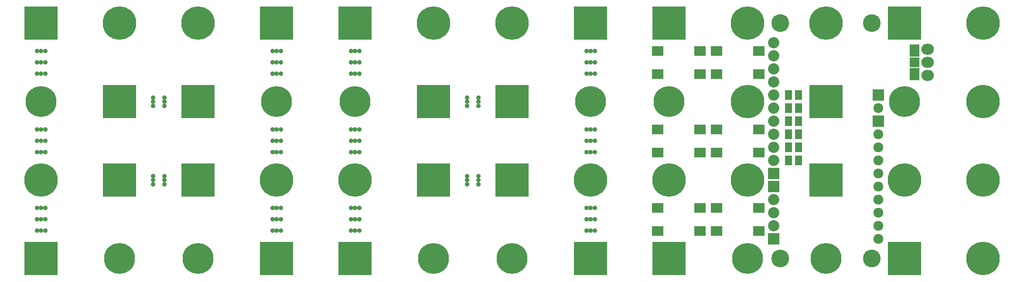
<source format=gts>
%TF.GenerationSoftware,KiCad,Pcbnew,4.0.6-e0-6349~53~ubuntu16.04.1*%
%TF.CreationDate,2017-04-03T15:34:48+05:30*%
%TF.ProjectId,ultim_bus,756C74696D5F6275732E6B696361645F,rev?*%
%TF.FileFunction,Soldermask,Top*%
%FSLAX46Y46*%
G04 Gerber Fmt 4.6, Leading zero omitted, Abs format (unit mm)*
G04 Created by KiCad (PCBNEW 4.0.6-e0-6349~53~ubuntu16.04.1) date Mon Apr  3 15:34:48 2017*
%MOMM*%
%LPD*%
G01*
G04 APERTURE LIST*
%ADD10C,0.101600*%
%ADD11C,0.900000*%
%ADD12C,6.496000*%
%ADD13R,6.496000X6.496000*%
%ADD14C,6.000000*%
%ADD15O,2.432000X2.127200*%
%ADD16R,1.924000X1.924000*%
%ADD17R,1.924000X2.432000*%
%ADD18C,2.178000*%
%ADD19R,2.178000X2.178000*%
%ADD20C,1.924000*%
%ADD21C,3.448000*%
%ADD22R,2.178000X1.924000*%
%ADD23R,1.400000X1.850000*%
G04 APERTURE END LIST*
D10*
D11*
X118280000Y-60960000D03*
X120480000Y-60960000D03*
X118280000Y-60160000D03*
X118280000Y-61760000D03*
X120480000Y-61760000D03*
X120480000Y-60160000D03*
D12*
X96520000Y-60960000D03*
X203200000Y-60960000D03*
X218440000Y-60960000D03*
X157480000Y-60960000D03*
X142240000Y-60960000D03*
X81280000Y-60960000D03*
X35560000Y-60960000D03*
D11*
X57320000Y-60960000D03*
X59520000Y-60960000D03*
X57320000Y-60160000D03*
X57320000Y-61760000D03*
X59520000Y-61760000D03*
X59520000Y-60160000D03*
X118280000Y-45720000D03*
X120480000Y-45720000D03*
X118280000Y-44920000D03*
X118280000Y-46520000D03*
X120480000Y-46520000D03*
X120480000Y-44920000D03*
X57320000Y-45720000D03*
X59520000Y-45720000D03*
X57320000Y-44920000D03*
X57320000Y-46520000D03*
X59520000Y-46520000D03*
X59520000Y-44920000D03*
D12*
X218440000Y-76200000D03*
X50800000Y-30480000D03*
X66040000Y-30480000D03*
X111760000Y-30480000D03*
X127000000Y-30480000D03*
X172720000Y-30480000D03*
X187960000Y-30480000D03*
X218440000Y-30480000D03*
X218440000Y-45720000D03*
D13*
X35560000Y-30480000D03*
X81280000Y-30480000D03*
X96520000Y-30480000D03*
X142240000Y-30480000D03*
X157480000Y-30480000D03*
X203200000Y-30480000D03*
X50800000Y-60960000D03*
X66040000Y-60960000D03*
X111760000Y-60960000D03*
X127000000Y-60960000D03*
D12*
X172720000Y-60960000D03*
D13*
X187960000Y-60960000D03*
D14*
X35560000Y-45720000D03*
D13*
X50800000Y-45720000D03*
X66040000Y-45720000D03*
D14*
X81280000Y-45720000D03*
X96520000Y-45720000D03*
D13*
X111760000Y-45720000D03*
X127000000Y-45720000D03*
D14*
X142240000Y-45720000D03*
X157480000Y-45720000D03*
D12*
X172720000Y-45720000D03*
D13*
X187960000Y-45720000D03*
D14*
X203200000Y-45720000D03*
D13*
X35560000Y-76200000D03*
D14*
X50800000Y-76200000D03*
X66040000Y-76200000D03*
D13*
X81280000Y-76200000D03*
X96520000Y-76200000D03*
D14*
X111760000Y-76200000D03*
X127000000Y-76200000D03*
D13*
X142240000Y-76200000D03*
X157480000Y-76200000D03*
D14*
X172720000Y-76200000D03*
X187960000Y-76200000D03*
D13*
X203200000Y-76200000D03*
D11*
X35560000Y-35900000D03*
X35560000Y-40300000D03*
X36360000Y-35900000D03*
X34760000Y-35900000D03*
X34760000Y-40300000D03*
X36360000Y-40300000D03*
X35560000Y-38100000D03*
X36360000Y-38100000D03*
X34760000Y-38100000D03*
X81280000Y-35900000D03*
X81280000Y-40300000D03*
X82080000Y-35900000D03*
X80480000Y-35900000D03*
X80480000Y-40300000D03*
X82080000Y-40300000D03*
X81280000Y-38100000D03*
X82080000Y-38100000D03*
X80480000Y-38100000D03*
X35560000Y-51140000D03*
X35560000Y-55540000D03*
X36360000Y-51140000D03*
X34760000Y-51140000D03*
X34760000Y-55540000D03*
X36360000Y-55540000D03*
X35560000Y-53340000D03*
X36360000Y-53340000D03*
X34760000Y-53340000D03*
X81280000Y-51140000D03*
X81280000Y-55540000D03*
X82080000Y-51140000D03*
X80480000Y-51140000D03*
X80480000Y-55540000D03*
X82080000Y-55540000D03*
X81280000Y-53340000D03*
X82080000Y-53340000D03*
X80480000Y-53340000D03*
X35560000Y-66380000D03*
X35560000Y-70780000D03*
X36360000Y-66380000D03*
X34760000Y-66380000D03*
X34760000Y-70780000D03*
X36360000Y-70780000D03*
X35560000Y-68580000D03*
X36360000Y-68580000D03*
X34760000Y-68580000D03*
X81280000Y-66380000D03*
X81280000Y-70780000D03*
X82080000Y-66380000D03*
X80480000Y-66380000D03*
X80480000Y-70780000D03*
X82080000Y-70780000D03*
X81280000Y-68580000D03*
X82080000Y-68580000D03*
X80480000Y-68580000D03*
D15*
X207645000Y-40640000D03*
X207645000Y-38100000D03*
X207645000Y-35560000D03*
D16*
X205105000Y-38100000D03*
D17*
X205105000Y-35814000D03*
X205105000Y-40386000D03*
D11*
X96520000Y-35900000D03*
X96520000Y-40300000D03*
X97320000Y-35900000D03*
X95720000Y-35900000D03*
X95720000Y-40300000D03*
X97320000Y-40300000D03*
X96520000Y-38100000D03*
X97320000Y-38100000D03*
X95720000Y-38100000D03*
X142240000Y-35900000D03*
X142240000Y-40300000D03*
X143040000Y-35900000D03*
X141440000Y-35900000D03*
X141440000Y-40300000D03*
X143040000Y-40300000D03*
X142240000Y-38100000D03*
X143040000Y-38100000D03*
X141440000Y-38100000D03*
X96520000Y-51140000D03*
X96520000Y-55540000D03*
X97320000Y-51140000D03*
X95720000Y-51140000D03*
X95720000Y-55540000D03*
X97320000Y-55540000D03*
X96520000Y-53340000D03*
X97320000Y-53340000D03*
X95720000Y-53340000D03*
X142240000Y-51140000D03*
X142240000Y-55540000D03*
X143040000Y-51140000D03*
X141440000Y-51140000D03*
X141440000Y-55540000D03*
X143040000Y-55540000D03*
X142240000Y-53340000D03*
X143040000Y-53340000D03*
X141440000Y-53340000D03*
X96520000Y-66380000D03*
X96520000Y-70780000D03*
X97320000Y-66380000D03*
X95720000Y-66380000D03*
X95720000Y-70780000D03*
X97320000Y-70780000D03*
X96520000Y-68580000D03*
X97320000Y-68580000D03*
X95720000Y-68580000D03*
X142240000Y-66380000D03*
X142240000Y-70780000D03*
X143040000Y-66380000D03*
X141440000Y-66380000D03*
X141440000Y-70780000D03*
X143040000Y-70780000D03*
X142240000Y-68580000D03*
X143040000Y-68580000D03*
X141440000Y-68580000D03*
D18*
X177800000Y-41910000D03*
D19*
X198120000Y-44450000D03*
X198120000Y-49530000D03*
X177800000Y-59690000D03*
X177800000Y-62230000D03*
D18*
X177800000Y-34290000D03*
X177800000Y-36830000D03*
X177800000Y-39370000D03*
X177800000Y-44450000D03*
X177800000Y-46990000D03*
X177800000Y-49530000D03*
X177800000Y-52070000D03*
X177800000Y-54610000D03*
X177800000Y-57150000D03*
X177800000Y-64770000D03*
X177800000Y-67310000D03*
X177800000Y-69850000D03*
D19*
X177800000Y-72390000D03*
D20*
X198120000Y-72390000D03*
X198120000Y-69850000D03*
X198120000Y-67310000D03*
X198120000Y-64770000D03*
X198120000Y-62230000D03*
X198120000Y-59690000D03*
X198120000Y-57150000D03*
X198120000Y-54610000D03*
X198120000Y-52070000D03*
X198120000Y-46990000D03*
D21*
X179070000Y-30480000D03*
X179070000Y-76200000D03*
X196850000Y-76200000D03*
X196850000Y-30480000D03*
D22*
X155295600Y-40360600D03*
X163474400Y-40360600D03*
X163474400Y-35839400D03*
X155295600Y-35839400D03*
X166725600Y-40360600D03*
X174904400Y-40360600D03*
X174904400Y-35839400D03*
X166725600Y-35839400D03*
X155295600Y-55600600D03*
X163474400Y-55600600D03*
X163474400Y-51079400D03*
X155295600Y-51079400D03*
X166725600Y-55600600D03*
X174904400Y-55600600D03*
X174904400Y-51079400D03*
X166725600Y-51079400D03*
X163474400Y-66319400D03*
X155295600Y-66319400D03*
X155295600Y-70840600D03*
X163474400Y-70840600D03*
X174904400Y-66319400D03*
X166725600Y-66319400D03*
X166725600Y-70840600D03*
X174904400Y-70840600D03*
D23*
X182560000Y-57150000D03*
X180660000Y-57150000D03*
X182560000Y-54610000D03*
X180660000Y-54610000D03*
X182560000Y-52070000D03*
X180660000Y-52070000D03*
X182560000Y-49530000D03*
X180660000Y-49530000D03*
X182560000Y-46990000D03*
X180660000Y-46990000D03*
X182560000Y-44450000D03*
X180660000Y-44450000D03*
M02*

</source>
